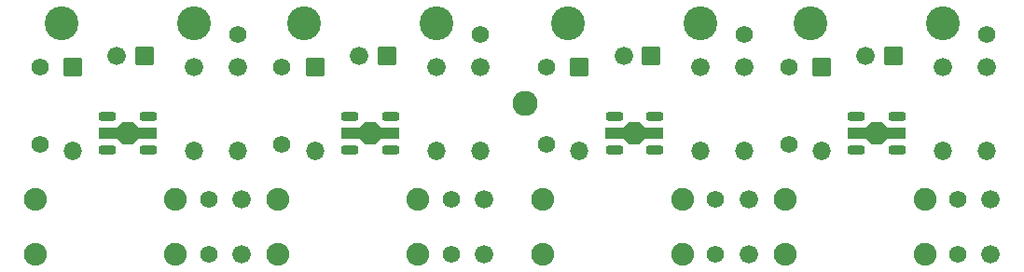
<source format=gbr>
%TF.GenerationSoftware,KiCad,Pcbnew,8.0.6*%
%TF.CreationDate,2024-12-08T18:35:23+09:00*%
%TF.ProjectId,backplane,6261636b-706c-4616-9e65-2e6b69636164,rev?*%
%TF.SameCoordinates,Original*%
%TF.FileFunction,Soldermask,Top*%
%TF.FilePolarity,Negative*%
%FSLAX46Y46*%
G04 Gerber Fmt 4.6, Leading zero omitted, Abs format (unit mm)*
G04 Created by KiCad (PCBNEW 8.0.6) date 2024-12-08 18:35:23*
%MOMM*%
%LPD*%
G01*
G04 APERTURE LIST*
G04 Aperture macros list*
%AMRoundRect*
0 Rectangle with rounded corners*
0 $1 Rounding radius*
0 $2 $3 $4 $5 $6 $7 $8 $9 X,Y pos of 4 corners*
0 Add a 4 corners polygon primitive as box body*
4,1,4,$2,$3,$4,$5,$6,$7,$8,$9,$2,$3,0*
0 Add four circle primitives for the rounded corners*
1,1,$1+$1,$2,$3*
1,1,$1+$1,$4,$5*
1,1,$1+$1,$6,$7*
1,1,$1+$1,$8,$9*
0 Add four rect primitives between the rounded corners*
20,1,$1+$1,$2,$3,$4,$5,0*
20,1,$1+$1,$4,$5,$6,$7,0*
20,1,$1+$1,$6,$7,$8,$9,0*
20,1,$1+$1,$8,$9,$2,$3,0*%
%AMFreePoly0*
4,1,25,0.426870,1.026870,0.915740,0.538000,2.600000,0.538000,2.626870,0.526870,2.638000,0.500000,2.638000,-0.500000,2.626870,-0.526870,2.600000,-0.538000,0.915740,-0.538000,0.426870,-1.026870,0.400000,-1.038000,-0.400000,-1.038000,-0.426870,-1.026870,-0.915740,-0.538000,-2.600000,-0.538000,-2.626870,-0.526870,-2.638000,-0.500000,-2.638000,0.500000,-2.626870,0.526870,-2.600000,0.538000,
-0.915740,0.538000,-0.426870,1.026870,-0.400000,1.038000,0.400000,1.038000,0.426870,1.026870,0.426870,1.026870,$1*%
G04 Aperture macros list end*
%ADD10C,3.076000*%
%ADD11RoundRect,0.038000X-0.800000X0.800000X-0.800000X-0.800000X0.800000X-0.800000X0.800000X0.800000X0*%
%ADD12O,1.676000X1.676000*%
%ADD13RoundRect,0.038000X0.800000X0.800000X-0.800000X0.800000X-0.800000X-0.800000X0.800000X-0.800000X0*%
%ADD14C,1.676000*%
%ADD15C,2.076000*%
%ADD16O,2.076000X2.076000*%
%ADD17C,1.576000*%
%ADD18RoundRect,0.194000X-0.594000X-0.194000X0.594000X-0.194000X0.594000X0.194000X-0.594000X0.194000X0*%
%ADD19FreePoly0,0.000000*%
%ADD20C,2.276000*%
G04 APERTURE END LIST*
D10*
%TO.C,TP6*%
X16000000Y-3000000D03*
%TD*%
%TO.C,TP18*%
X50000000Y-3000000D03*
%TD*%
D11*
%TO.C,D3*%
X51000000Y-7000000D03*
D12*
X51000000Y-14620000D03*
%TD*%
D13*
%TO.C,C7*%
X79500000Y-6000000D03*
D14*
X77000000Y-6000000D03*
%TD*%
%TO.C,C8*%
X88350000Y-19000000D03*
X88350000Y-24000000D03*
%TD*%
D15*
%TO.C,L5*%
X60350000Y-19000000D03*
D16*
X47650000Y-19000000D03*
%TD*%
D11*
%TO.C,D2*%
X27000000Y-7000000D03*
D12*
X27000000Y-14620000D03*
%TD*%
D11*
%TO.C,D4*%
X73000000Y-7000000D03*
D12*
X73000000Y-14620000D03*
%TD*%
D17*
%TO.C,TP12*%
X24000000Y-7000000D03*
%TD*%
D14*
%TO.C,R7*%
X88000000Y-7000000D03*
D12*
X88000000Y-14620000D03*
%TD*%
D14*
%TO.C,R4*%
X38000000Y-7000000D03*
D12*
X38000000Y-14620000D03*
%TD*%
D14*
%TO.C,R6*%
X62000000Y-7000000D03*
D12*
X62000000Y-14620000D03*
%TD*%
D15*
%TO.C,L3*%
X36350000Y-19000000D03*
D16*
X23650000Y-19000000D03*
%TD*%
D14*
%TO.C,R5*%
X66000000Y-7000000D03*
D12*
X66000000Y-14620000D03*
%TD*%
D17*
%TO.C,TP13*%
X39350000Y-19000000D03*
%TD*%
%TO.C,TP21*%
X63350000Y-24000000D03*
%TD*%
%TO.C,TP19*%
X48000000Y-7000000D03*
%TD*%
D18*
%TO.C,U2*%
X30150000Y-11500000D03*
D19*
X32000000Y-13000000D03*
D18*
X30150000Y-14500000D03*
X33850000Y-14500000D03*
X33850000Y-11500000D03*
%TD*%
D14*
%TO.C,R1*%
X20000000Y-7000000D03*
D12*
X20000000Y-14620000D03*
%TD*%
D18*
%TO.C,U1*%
X8150000Y-11500000D03*
D19*
X10000000Y-13000000D03*
D18*
X8150000Y-14500000D03*
X11850000Y-14500000D03*
X11850000Y-11500000D03*
%TD*%
D10*
%TO.C,TP11*%
X26000000Y-3000000D03*
%TD*%
D17*
%TO.C,TP1*%
X17350000Y-19000000D03*
%TD*%
D13*
%TO.C,C1*%
X11500000Y-6000000D03*
D14*
X9000000Y-6000000D03*
%TD*%
%TO.C,R2*%
X16000000Y-7000000D03*
D12*
X16000000Y-14620000D03*
%TD*%
D10*
%TO.C,TP7*%
X4000000Y-3000000D03*
%TD*%
D17*
%TO.C,TP10*%
X24000000Y-14000000D03*
%TD*%
%TO.C,TP16*%
X66000000Y-4000000D03*
%TD*%
D15*
%TO.C,L2*%
X14350000Y-24000000D03*
D16*
X1650000Y-24000000D03*
%TD*%
D15*
%TO.C,L8*%
X82350000Y-24000000D03*
D16*
X69650000Y-24000000D03*
%TD*%
D17*
%TO.C,TP26*%
X70000000Y-7000000D03*
%TD*%
D15*
%TO.C,L7*%
X82350000Y-19000000D03*
D16*
X69650000Y-19000000D03*
%TD*%
D17*
%TO.C,TP17*%
X48000000Y-14000000D03*
%TD*%
D13*
%TO.C,C3*%
X33500000Y-6000000D03*
D14*
X31000000Y-6000000D03*
%TD*%
D17*
%TO.C,TP2*%
X20000000Y-4000000D03*
%TD*%
D11*
%TO.C,D1*%
X5000000Y-7000000D03*
D12*
X5000000Y-14620000D03*
%TD*%
D17*
%TO.C,TP3*%
X2000000Y-7000000D03*
%TD*%
D15*
%TO.C,L1*%
X14350000Y-19000000D03*
D16*
X1650000Y-19000000D03*
%TD*%
D17*
%TO.C,TP14*%
X39350000Y-24000000D03*
%TD*%
D10*
%TO.C,TP8*%
X38000000Y-3000000D03*
%TD*%
D17*
%TO.C,TP20*%
X63350000Y-19000000D03*
%TD*%
D10*
%TO.C,TP22*%
X84000000Y-3000000D03*
%TD*%
%TO.C,TP15*%
X62000000Y-3000000D03*
%TD*%
D17*
%TO.C,TP27*%
X85350000Y-19000000D03*
%TD*%
D18*
%TO.C,U3*%
X54150000Y-11500000D03*
D19*
X56000000Y-13000000D03*
D18*
X54150000Y-14500000D03*
X57850000Y-14500000D03*
X57850000Y-11500000D03*
%TD*%
D14*
%TO.C,R3*%
X42000000Y-7000000D03*
D12*
X42000000Y-14620000D03*
%TD*%
D17*
%TO.C,TP28*%
X85350000Y-24000000D03*
%TD*%
D14*
%TO.C,C4*%
X42350000Y-19000000D03*
X42350000Y-24000000D03*
%TD*%
D13*
%TO.C,C5*%
X57500000Y-6000000D03*
D14*
X55000000Y-6000000D03*
%TD*%
D17*
%TO.C,TP24*%
X70000000Y-14000000D03*
%TD*%
D14*
%TO.C,C6*%
X66350000Y-19000000D03*
X66350000Y-24000000D03*
%TD*%
D15*
%TO.C,L4*%
X36350000Y-24000000D03*
D16*
X23650000Y-24000000D03*
%TD*%
D10*
%TO.C,TP25*%
X72000000Y-3000000D03*
%TD*%
D17*
%TO.C,TP23*%
X88000000Y-4000000D03*
%TD*%
%TO.C,TP9*%
X42000000Y-4000000D03*
%TD*%
D14*
%TO.C,C2*%
X20350000Y-19000000D03*
X20350000Y-24000000D03*
%TD*%
D17*
%TO.C,TP4*%
X17350000Y-24000000D03*
%TD*%
%TO.C,TP5*%
X2000000Y-14000000D03*
%TD*%
D15*
%TO.C,L6*%
X60350000Y-24000000D03*
D16*
X47650000Y-24000000D03*
%TD*%
D18*
%TO.C,U4*%
X76150000Y-11500000D03*
D19*
X78000000Y-13000000D03*
D18*
X76150000Y-14500000D03*
X79850000Y-14500000D03*
X79850000Y-11500000D03*
%TD*%
D14*
%TO.C,R8*%
X84000000Y-7000000D03*
D12*
X84000000Y-14620000D03*
%TD*%
D20*
%TO.C,H1*%
X46096399Y-10303952D03*
%TD*%
M02*

</source>
